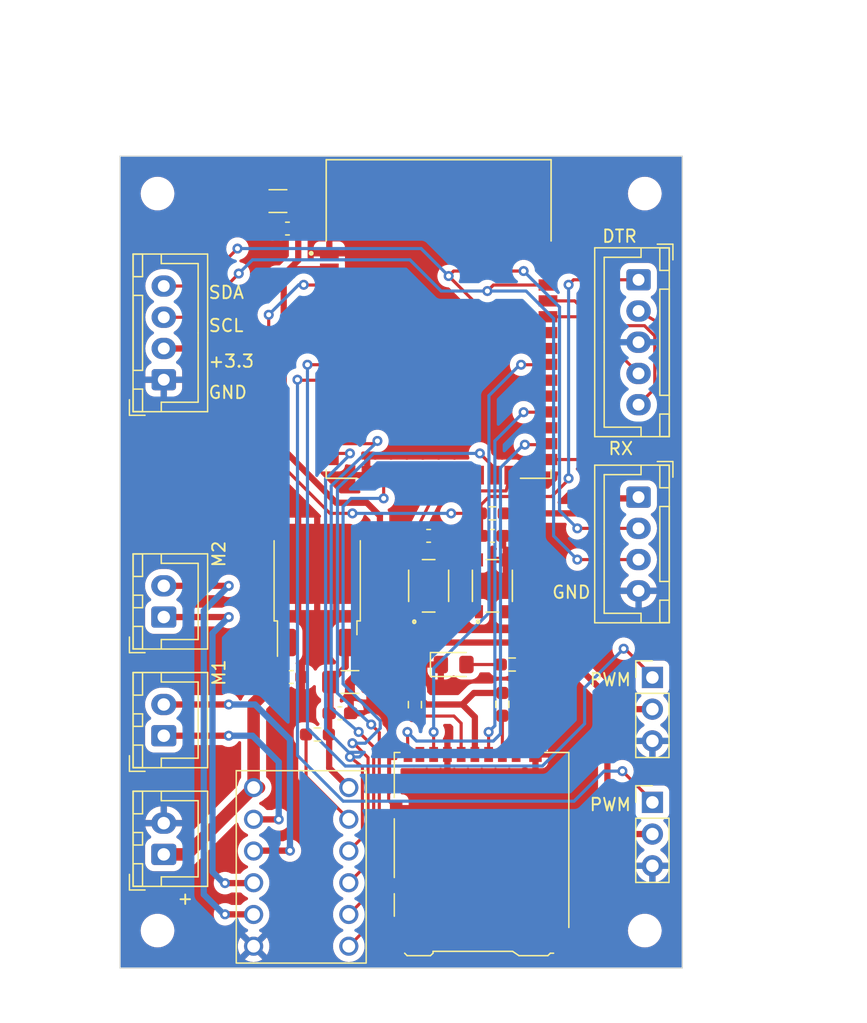
<source format=kicad_pcb>
(kicad_pcb (version 20221018) (generator pcbnew)
  (layers (0 "F.Cu" signal) (31 "B.Cu" signal) (34 "B.Paste" user) (35 "F.Paste" user) (36 "B.SilkS" user "B.Silkscreen") (37 "F.SilkS" user "F.Silkscreen") (38 "B.Mask" user) (39 "F.Mask" user) (44 "Edge.Cuts" user))
  (net 0 "")
  (net 1 "GND")
  (net 2 "+3.3V")
  (net 3 "Net-(U2-IO5)")
  (net 4 "DTR")
  (net 9 "Net-(U2-IO2)")
  (net 10 "RTS")
  (net 11 "TX")
  (net 12 "RX")
  (net 13 "3.7v")
  (net 14 "SCL")
  (net 16 "/IO16")
  (net 23 "/IO17")
  (net 24 "SDA")
  (net 25 "/IO18")
  (net 26 "/IO19")
  (net 28 "/IO4")
  (net 34 "Net-(J5-Pin_1)")
  (net 35 "Net-(J5-Pin_2)")
  (net 36 "/IO32")
  (net 37 "/IO33")
  (net 38 "Net-(D1-A)")
  (net 39 "Net-(J6-Pin_1)")
  (net 40 "Net-(J6-Pin_2)")
  (net 41 "Net-(U3-MODE)")
  (net 42 "/IO14")
  (net 43 "/IO12")
  (net 44 "/IO13")
  (net 45 "/IO15")
  (footprint "Connector_PinHeader_2.54mm:PinHeader_1x03_P2.54mm_Vertical" (layer "F.Cu") (at 142.107424 131.733494)
    (fp_text reference "M2" hide)
    (fp_text value "SG90" hide)
    (pad "1" thru_hole rect (at 0 0) (size 1.7 1.7) (drill 1) (layers "*.Cu" "*.Mask") (net 37 "/IO33"))
    (pad "2" thru_hole oval (at 0 2.54) (size 1.7 1.7) (drill 1) (layers "*.Cu" "*.Mask") (net 2 "+3.3V"))
    (pad "3" thru_hole oval (at 0 5.08) (size 1.7 1.7) (drill 1) (layers "*.Cu" "*.Mask") (net 1 "GND"))
  )
  (footprint "Connector_JST:JST_XH_B5B-XH-A_1x05_P2.50mm_Vertical" (layer "F.Cu") (at 141 89.9 -90)
    (fp_text reference "J2" hide)
    (fp_text value "writer" hide)
    (pad "1" thru_hole roundrect (at 0 0 270) (size 1.7 1.95) (drill 0.95) (layers "*.Cu" "*.Mask") (roundrect_rratio 0.1470588235) (net 4 "DTR"))
    (pad "2" thru_hole oval (at 2.5 0 270) (size 1.7 1.95) (drill 0.95) (layers "*.Cu" "*.Mask") (net 10 "RTS"))
    (pad "3" thru_hole oval (at 5 0 270) (size 1.7 1.95) (drill 0.95) (layers "*.Cu" "*.Mask") (net 1 "GND"))
    (pad "4" thru_hole oval (at 7.5 0 270) (size 1.7 1.95) (drill 0.95) (layers "*.Cu" "*.Mask") (net 11 "TX"))
    (pad "5" thru_hole oval (at 10 0 270) (size 1.7 1.95) (drill 0.95) (layers "*.Cu" "*.Mask") (net 12 "RX"))
  )
  (footprint "Akizuki_Library:DRV8835-Module" (layer "F.Cu") (at 114 129.4)
    (fp_text reference "U3" hide)
    (fp_text value "DRV8835 Module" hide)
    (pad "1" thru_hole circle (at -3.81 1.15) (size 1.53 1.53) (drill 1.02) (layers "*.Cu" "*.Mask") (net 13 "3.7v"))
    (pad "2" thru_hole circle (at -3.81 3.69) (size 1.53 1.53) (drill 1.02) (layers "*.Cu" "*.Mask") (net 34 "Net-(J5-Pin_1)"))
    (pad "3" thru_hole circle (at -3.81 6.23) (size 1.53 1.53) (drill 1.02) (layers "*.Cu" "*.Mask") (net 35 "Net-(J5-Pin_2)"))
    (pad "4" thru_hole circle (at -3.81 8.77) (size 1.53 1.53) (drill 1.02) (layers "*.Cu" "*.Mask") (net 39 "Net-(J6-Pin_1)"))
    (pad "5" thru_hole circle (at -3.81 11.31) (size 1.53 1.53) (drill 1.02) (layers "*.Cu" "*.Mask") (net 40 "Net-(J6-Pin_2)"))
    (pad "6" thru_hole circle (at -3.81 13.85) (size 1.53 1.53) (drill 1.02) (layers "*.Cu" "*.Mask") (net 1 "GND"))
    (pad "7" thru_hole circle (at 3.81 13.85) (size 1.53 1.53) (drill 1.02) (layers "*.Cu" "*.Mask") (net 45 "/IO15"))
    (pad "8" thru_hole circle (at 3.81 11.31) (size 1.53 1.53) (drill 1.02) (layers "*.Cu" "*.Mask") (net 42 "/IO14"))
    (pad "9" thru_hole circle (at 3.81 8.77) (size 1.53 1.53) (drill 1.02) (layers "*.Cu" "*.Mask") (net 44 "/IO13"))
    (pad "10" thru_hole circle (at 3.81 6.23) (size 1.53 1.53) (drill 1.02) (layers "*.Cu" "*.Mask") (net 43 "/IO12"))
    (pad "11" thru_hole circle (at 3.81 3.69) (size 1.53 1.53) (drill 1.02) (layers "*.Cu" "*.Mask") (net 41 "Net-(U3-MODE)"))
    (pad "12" thru_hole circle (at 3.81 1.15) (size 1.53 1.53) (drill 1.02) (layers "*.Cu" "*.Mask") (net 2 "+3.3V"))
  )
  (footprint "Resistor_SMD:R_0603_1608Metric_Pad0.98x0.95mm_HandSolder" (layer "F.Cu") (at 115.3 126.3 180)
    (fp_text reference "R5" hide)
    (fp_text value "10k" hide)
    (pad "1" smd roundrect (at -0.9125 0 180) (size 0.975 0.95) (layers "F.Cu" "F.Paste" "F.Mask") (net 2 "+3.3V"))
    (pad "2" smd roundrect (at 0.9125 0 180) (size 0.975 0.95) (layers "F.Cu" "F.Paste" "F.Mask") (net 41 "Net-(U3-MODE)"))
  )
  (footprint "LED_SMD:LED_0805_2012Metric_Pad1.15x1.40mm_HandSolder" (layer "F.Cu") (at 126.2 120.7)
    (fp_text reference "D1" hide)
    (fp_text value "TLRE1002A" hide)
    (pad "1" smd roundrect (at -1.025 0) (size 1.15 1.4) (layers "F.Cu" "F.Paste" "F.Mask") (roundrect_rratio 0.2173913043) (net 1 "GND"))
    (pad "2" smd roundrect (at 1.025 0) (size 1.15 1.4) (layers "F.Cu" "F.Paste" "F.Mask") (roundrect_rratio 0.2173913043) (net 38 "Net-(D1-A)"))
  )
  (footprint "MountingHole:MountingHole_2.2mm_M2" (layer "F.Cu") (at 102.5 83)
    (fp_text reference "REF**" hide)
    (fp_text value "MountingHole_2.2mm_M2" hide)
    (pad "" np_thru_hole circle (at 0 0) (size 2.2 2.2) (drill 2.2) (layers "F&B.Cu" "*.Mask"))
  )
  (footprint "Connector_JST:JST_XH_B2B-XH-A_1x02_P2.50mm_Vertical" (layer "F.Cu") (at 103 135.9 90)
    (fp_text reference "J1" hide)
    (fp_text value "3.7v" hide)
    (pad "1" thru_hole roundrect (at 0 0 90) (size 1.7 2) (drill 1) (layers "*.Cu" "*.Mask") (roundrect_rratio 0.1470588235) (net 13 "3.7v"))
    (pad "2" thru_hole oval (at 2.5 0 90) (size 1.7 2) (drill 1) (layers "*.Cu" "*.Mask") (net 1 "GND"))
  )
  (footprint "Package_TO_SOT_SMD:TO-252-2" (layer "F.Cu") (at 115.28 113.9 90)
    (fp_text reference "U1" hide)
    (fp_text value "NJM2845DL1-33" hide)
    (pad "1" smd roundrect (at -5.04 -2.28 90) (size 2.2 1.2) (layers "F.Cu" "F.Paste" "F.Mask") (roundrect_rratio 0.2083333333) (net 13 "3.7v"))
    (pad "2" smd roundrect (at -0.415 -1.525 90) (size 3.05 2.75) (layers "F.Cu" "F.Paste") (roundrect_rratio 0.09090909091) (net 1 "GND"))
    (pad "2" smd roundrect (at -0.415 1.525 90) (size 3.05 2.75) (layers "F.Cu" "F.Paste") (roundrect_rratio 0.09090909091) (net 1 "GND"))
    (pad "2" smd roundrect (at 1.26 0 90) (size 6.4 5.8) (layers "F.Cu" "F.Mask") (roundrect_rratio 0.04310293103) (net 1 "GND"))
    (pad "2" smd roundrect (at 2.935 -1.525 90) (size 3.05 2.75) (layers "F.Cu" "F.Paste") (roundrect_rratio 0.09090909091) (net 1 "GND"))
    (pad "2" smd roundrect (at 2.935 1.525 90) (size 3.05 2.75) (layers "F.Cu" "F.Paste") (roundrect_rratio 0.09090909091) (net 1 "GND"))
    (pad "3" smd roundrect (at -5.04 2.28 90) (size 2.2 1.2) (layers "F.Cu" "F.Paste" "F.Mask") (roundrect_rratio 0.2083333333) (net 2 "+3.3V"))
  )
  (footprint "MountingHole:MountingHole_2.2mm_M2" (layer "F.Cu") (at 102.5 142)
    (fp_text reference "REF**" hide)
    (fp_text value "MountingHole_2.2mm_M2" hide)
    (pad "" np_thru_hole circle (at 0 0) (size 2.2 2.2) (drill 2.2) (layers "F&B.Cu" "*.Mask"))
  )
  (footprint "Capacitor_SMD:C_0603_1608Metric_Pad1.08x0.95mm_HandSolder" (layer "F.Cu") (at 112.9 85.8 180)
    (fp_text reference "C4" hide)
    (fp_text value "0.1μ" hide)
    (pad "1" smd roundrect (at -0.8625 0 180) (size 1.075 0.95) (layers "F.Cu" "F.Paste" "F.Mask") (net 2 "+3.3V"))
    (pad "2" smd roundrect (at 0.8625 0 180) (size 1.075 0.95) (layers "F.Cu" "F.Paste" "F.Mask") (net 1 "GND"))
  )
  (footprint "MountingHole:MountingHole_2.2mm_M2" (layer "F.Cu") (at 141.5 83)
    (fp_text reference "REF**" hide)
    (fp_text value "MountingHole_2.2mm_M2" hide)
    (pad "" np_thru_hole circle (at 0 0) (size 2.2 2.2) (drill 2.2) (layers "F&B.Cu" "*.Mask"))
  )
  (footprint "Capacitor_SMD:C_1206_3216Metric_Pad1.33x1.80mm_HandSolder" (layer "F.Cu") (at 117.9 122.1)
    (fp_text reference "C3" hide)
    (fp_text value "22μ" hide)
    (pad "1" smd roundrect (at -1.5625 0) (size 1.325 1.8) (layers "F.Cu" "F.Paste" "F.Mask") (roundrect_rratio 0.1886792453) (net 2 "+3.3V"))
    (pad "2" smd roundrect (at 1.5625 0) (size 1.325 1.8) (layers "F.Cu" "F.Paste" "F.Mask") (roundrect_rratio 0.1886792453) (net 1 "GND"))
  )
  (footprint "Capacitor_SMD:C_0603_1608Metric_Pad1.08x0.95mm_HandSolder" (layer "F.Cu") (at 113.2 121.7)
    (fp_text reference "C1" hide)
    (fp_text value "0.1μ" hide)
    (pad "1" smd roundrect (at -0.8625 0) (size 1.075 0.95) (layers "F.Cu" "F.Paste" "F.Mask") (net 13 "3.7v"))
    (pad "2" smd roundrect (at 0.8625 0) (size 1.075 0.95) (layers "F.Cu" "F.Paste" "F.Mask") (net 1 "GND"))
  )
  (footprint "MyLibrary:ESP32-WROOM-32E__16MB" (layer "F.Cu") (at 125 93.04)
    (fp_text reference "U2" hide)
    (fp_text value "ESP32-WROOM-32E_16MB" hide)
    (pad "1" smd rect (at -8.75 -5.26) (size 1.5 0.9) (layers "F.Cu" "F.Paste" "F.Mask") (net 1 "GND"))
    (pad "2" smd rect (at -8.75 -3.99) (size 1.5 0.9) (layers "F.Cu" "F.Paste" "F.Mask") (net 2 "+3.3V"))
    (pad "3" smd rect (at -8.75 -2.72) (size 1.5 0.9) (layers "F.Cu" "F.Paste" "F.Mask") (net 4 "DTR"))
    (pad "4" smd rect (at -8.75 -1.45) (size 1.5 0.9) (layers "F.Cu" "F.Paste" "F.Mask"))
    (pad "5" smd rect (at -8.75 -0.18) (size 1.5 0.9) (layers "F.Cu" "F.Paste" "F.Mask"))
    (pad "6" smd rect (at -8.75 1.09) (size 1.5 0.9) (layers "F.Cu" "F.Paste" "F.Mask"))
    (pad "7" smd rect (at -8.75 2.36) (size 1.5 0.9) (layers "F.Cu" "F.Paste" "F.Mask"))
    (pad "8" smd rect (at -8.75 3.63) (size 1.5 0.9) (layers "F.Cu" "F.Paste" "F.Mask") (net 36 "/IO32"))
    (pad "9" smd rect (at -8.75 4.9) (size 1.5 0.9) (layers "F.Cu" "F.Paste" "F.Mask") (net 37 "/IO33"))
    (pad "10" smd rect (at -8.75 6.17) (size 1.5 0.9) (layers "F.Cu" "F.Paste" "F.Mask"))
    (pad "11" smd rect (at -8.75 7.44) (size 1.5 0.9) (layers "F.Cu" "F.Paste" "F.Mask"))
    (pad "12" smd rect (at -8.75 8.71) (size 1.5 0.9) (layers "F.Cu" "F.Paste" "F.Mask"))
    (pad "13" smd rect (at -8.75 9.98) (size 1.5 0.9) (layers "F.Cu" "F.Paste" "F.Mask") (net 42 "/IO14"))
    (pad "14" smd rect (at -8.75 11.25) (size 1.5 0.9) (layers "F.Cu" "F.Paste" "F.Mask") (net 43 "/IO12"))
    (pad "15" smd rect (at -5.715 12.5) (size 0.9 1.5) (layers "F.Cu" "F.Paste" "F.Mask") (net 1 "GND"))
    (pad "16" smd rect (at -4.445 12.5) (size 0.9 1.5) (layers "F.Cu" "F.Paste" "F.Mask") (net 44 "/IO13"))
    (pad "17" smd rect (at -3.175 12.5) (size 0.9 1.5) (layers "F.Cu" "F.Paste" "F.Mask"))
    (pad "18" smd rect (at -1.905 12.5) (size 0.9 1.5) (layers "F.Cu" "F.Paste" "F.Mask"))
    (pad "19" smd rect (at -0.635 12.5) (size 0.9 1.5) (layers "F.Cu" "F.Paste" "F.Mask"))
    (pad "20" smd rect (at 0.635 12.5) (size 0.9 1.5) (layers "F.Cu" "F.Paste" "F.Mask"))
    (pad "21" smd rect (at 1.905 12.5) (size 0.9 1.5) (layers "F.Cu" "F.Paste" "F.Mask"))
    (pad "22" smd rect (at 3.175 12.5) (size 0.9 1.5) (layers "F.Cu" "F.Paste" "F.Mask"))
    (pad "23" smd rect (at 4.445 12.5) (size 0.9 1.5) (layers "F.Cu" "F.Paste" "F.Mask") (net 45 "/IO15"))
    (pad "24" smd rect (at 5.715 12.5) (size 0.9 1.5) (layers "F.Cu" "F.Paste" "F.Mask") (net 9 "Net-(U2-IO2)"))
    (pad "25" smd rect (at 8.75 11.25) (size 1.5 0.9) (layers "F.Cu" "F.Paste" "F.Mask") (net 10 "RTS"))
    (pad "26" smd rect (at 8.75 9.98) (size 1.5 0.9) (layers "F.Cu" "F.Paste" "F.Mask") (net 28 "/IO4"))
    (pad "27" smd rect (at 8.75 8.71) (size 1.5 0.9) (layers "F.Cu" "F.Paste" "F.Mask") (net 16 "/IO16"))
    (pad "28" smd rect (at 8.75 7.44) (size 1.5 0.9) (layers "F.Cu" "F.Paste" "F.Mask") (net 23 "/IO17"))
    (pad "29" smd rect (at 8.75 6.17) (size 1.5 0.9) (layers "F.Cu" "F.Paste" "F.Mask") (net 3 "Net-(U2-IO5)"))
    (pad "30" smd rect (at 8.75 4.9) (size 1.5 0.9) (layers "F.Cu" "F.Paste" "F.Mask") (net 25 "/IO18"))
    (pad "31" smd rect (at 8.75 3.63) (size 1.5 0.9) (layers "F.Cu" "F.Paste" "F.Mask") (net 26 "/IO19"))
    (pad "32" smd rect (at 8.75 2.36) (size 1.5 0.9) (layers "F.Cu" "F.Paste" "F.Mask"))
    (pad "33" smd rect (at 8.75 1.09) (size 1.5 0.9) (layers "F.Cu" "F.Paste" "F.Mask") (net 24 "SDA"))
    (pad "34" smd rect (at 8.75 -0.18) (size 1.5 0.9) (layers "F.Cu" "F.Paste" "F.Mask") (net 11 "TX"))
    (pad "35" smd rect (at 8.75 -1.45) (size 1.5 0.9) (layers "F.Cu" "F.Paste" "F.Mask") (net 12 "RX"))
    (pad "36" smd rect (at 8.75 -2.72) (size 1.5 0.9) (layers "F.Cu" "F.Paste" "F.Mask") (net 14 "SCL"))
    (pad "37" smd rect (at 8.75 -3.99) (size 1.5 0.9) (layers "F.Cu" "F.Paste" "F.Mask"))
    (pad "38" smd rect (at 8.75 -5.26) (size 1.5 0.9) (layers "F.Cu" "F.Paste" "F.Mask") (net 1 "GND"))
    (pad "39_1" smd rect (at -2.9 1.06) (size 0.9 0.9) (layers "F.Cu" "F.Paste" "F.Mask") (net 1 "GND"))
    (pad "39_2" smd rect (at -1.5 1.06) (size 0.9 0.9) (layers "F.Cu" "F.Paste" "F.Mask") (net 1 "GND"))
    (pad "39_3" smd rect (at -0.1 1.06) (size 0.9 0.9) (layers "F.Cu" "F.Paste" "F.Mask") (net 1 "GND"))
    (pad "39_4" smd rect (at -2.9 2.46) (size 0.9 0.9) (layers "F.Cu" "F.Paste" "F.Mask") (net 1 "GND"))
    (pad "39_5" smd rect (at -1.5 2.46) (size 0.9 0.9) (layers "F.Cu" "F.Paste" "F.Mask") (net 1 "GND"))
    (pad "39_6" smd rect (at -0.1 2.46) (size 0.9 0.9) (layers "F.Cu" "F.Paste" "F.Mask") (net 1 "GND"))
    (pad "39_7" smd rect (at -2.9 3.86) (size 0.9 0.9) (layers "F.Cu" "F.Paste" "F.Mask") (net 1 "GND"))
    (pad "39_8" smd rect (at -1.5 3.86) (size 0.9 0.9) (layers "F.Cu" "F.Paste" "F.Mask") (net 1 "GND"))
    (pad "39_9" smd rect (at -0.1 3.86) (size 0.9 0.9) (layers "F.Cu" "F.Paste" "F.Mask") (net 1 "GND"))
    (zone (net 0) (net_name "") (layer "F.Cu") (connect_pads (clearance 0)) (min_thickness 0.01)
      (keepout (tracks not_allowed) (vias not_allowed) (pads not_allowed) (copperpour not_allowed) (footprints allowed))
      (fill (thermal_gap 0.508) (thermal_bridge_width 0.508))
      (polygon (pts (xy 116 80.29) (xy 134 80.29) (xy 134 86.48) (xy 116 86.48)))
    )
  )
  (footprint "Connector_JST:JST_XH_B2B-XH-A_1x02_P2.50mm_Vertical" (layer "F.Cu") (at 103 126.4 90)
    (fp_text reference "J5" hide)
    (fp_text value "MotorA" hide)
    (pad "1" thru_hole roundrect (at 0 0 90) (size 1.7 2) (drill 1) (layers "*.Cu" "*.Mask") (roundrect_rratio 0.1470588235) (net 34 "Net-(J5-Pin_1)"))
    (pad "2" thru_hole oval (at 2.5 0 90) (size 1.7 2) (drill 1) (layers "*.Cu" "*.Mask") (net 35 "Net-(J5-Pin_2)"))
  )
  (footprint "Capacitor_SMD:C_0603_1608Metric_Pad1.08x0.95mm_HandSolder" (layer "F.Cu") (at 124.2 110.4)
    (fp_text reference "C7" hide)
    (fp_text value "0.1μ" hide)
    (pad "1" smd roundrect (at -0.8625 0) (size 1.075 0.95) (layers "F.Cu" "F.Paste" "F.Mask") (net 9 "Net-(U2-IO2)"))
    (pad "2" smd roundrect (at 0.8625 0) (size 1.075 0.95) (layers "F.Cu" "F.Paste" "F.Mask") (net 1 "GND"))
  )
  (footprint "MountingHole:MountingHole_2.2mm_M2" (layer "F.Cu") (at 141.5 142)
    (fp_text reference "REF**" hide)
    (fp_text value "MountingHole_2.2mm_M2" hide)
    (pad "" np_thru_hole circle (at 0 0) (size 2.2 2.2) (drill 2.2) (layers "*.Cu" "*.Mask"))
  )
  (footprint "Resistor_SMD:R_0603_1608Metric_Pad0.98x0.95mm_HandSolder" (layer "F.Cu") (at 123.1 123.9125 -90)
    (fp_text reference "R4" hide)
    (fp_text value "10k" hide)
    (pad "1" smd roundrect (at -0.9125 0 270) (size 0.975 0.95) (layers "F.Cu" "F.Paste" "F.Mask") (net 2 "+3.3V"))
    (pad "2" smd roundrect (at 0.9125 0 270) (size 0.975 0.95) (layers "F.Cu" "F.Paste" "F.Mask") (net 25 "/IO18"))
  )
  (footprint "Capacitor_SMD:C_1206_3216Metric_Pad1.33x1.80mm_HandSolder" (layer "F.Cu") (at 112.1375 83.6 180)
    (fp_text reference "C5" hide)
    (fp_text value "22μ" hide)
    (pad "1" smd roundrect (at -1.5625 0 180) (size 1.325 1.8) (layers "F.Cu" "F.Paste" "F.Mask") (roundrect_rratio 0.1886792453) (net 2 "+3.3V"))
    (pad "2" smd roundrect (at 1.5625 0 180) (size 1.325 1.8) (layers "F.Cu" "F.Paste" "F.Mask") (roundrect_rratio 0.1886792453) (net 1 "GND"))
  )
  (footprint "Connector_Card:microSD_HC_Hirose_DM3AT-SF-PEJM5" (layer "F.Cu") (at 128.425 135.625)
    (fp_text reference "J4" hide)
    (fp_text value "Micro_SD_Card_DW3AT-SF-PFJM5" hide)
    (pad "1" smd rect (at 2.775 -7.725) (size 0.7 1.2) (layers "F.Cu" "F.Paste" "F.Mask"))
    (pad "2" smd rect (at 1.675 -7.725) (size 0.7 1.2) (layers "F.Cu" "F.Paste" "F.Mask") (net 16 "/IO16"))
    (pad "3" smd rect (at 0.575 -7.725) (size 0.7 1.2) (layers "F.Cu" "F.Paste" "F.Mask") (net 23 "/IO17"))
    (pad "4" smd rect (at -0.525 -7.725) (size 0.7 1.2) (layers "F.Cu" "F.Paste" "F.Mask") (net 2 "+3.3V"))
    (pad "5" smd rect (at -1.625 -7.725) (size 0.7 1.2) (layers "F.Cu" "F.Paste" "F.Mask") (net 25 "/IO18"))
    (pad "6" smd rect (at -2.725 -7.725) (size 0.7 1.2) (layers "F.Cu" "F.Paste" "F.Mask") (net 1 "GND"))
    (pad "7" smd rect (at -3.825 -7.725) (size 0.7 1.2) (layers "F.Cu" "F.Paste" "F.Mask") (net 26 "/IO19"))
    (pad "8" smd rect (at -4.925 -7.725) (size 0.7 1.2) (layers "F.Cu" "F.Paste" "F.Mask"))
    (pad "9" smd rect (at -5.875 -7.725) (size 0.7 1.2) (layers "F.Cu" "F.Paste" "F.Mask") (net 28 "/IO4"))
    (pad "10" smd rect (at -6.825 2.775) (size 1 0.8) (layers "F.Cu" "F.Paste" "F.Mask") (net 1 "GND"))
    (pad "11" smd rect (at -6.825 -3.425) (size 1 1.2) (layers "F.Cu" "F.Paste" "F.Mask") (net 1 "GND"))
    (pad "11" smd rect (at -6.825 6.925) (size 1 2.8) (layers "F.Cu" "F.Paste" "F.Mask") (net 1 "GND"))
    (pad "11" smd rect (at 4.325 -7.725) (size 1 1.2) (layers "F.Cu" "F.Paste" "F.Mask") (net 1 "GND"))
    (pad "11" smd rect (at 6.675 7.375) (size 1.3 1.9) (layers "F.Cu" "F.Paste" "F.Mask") (net 1 "GND"))
    (zone (net 0) (net_name "") (layer "F.Cu") (connect_pads (clearance 0)) (min_thickness 0.254)
      (keepout (tracks not_allowed) (vias not_allowed) (pads not_allowed) (copperpour not_allowed) (footprints not_allowed))
      (fill (thermal_gap 0.508) (thermal_bridge_width 0.508))
      (polygon (pts (xy 121.95 131.6) (xy 121.2 131.6) (xy 121.2 128.35) (xy 121.95 128.35)))
    )
    (zone (net 0) (net_name "") (layer "F.Cu") (connect_pads (clearance 0)) (min_thickness 0.254)
      (keepout (tracks not_allowed) (vias not_allowed) (pads not_allowed) (copperpour not_allowed) (footprints not_allowed))
      (fill (thermal_gap 0.508) (thermal_bridge_width 0.508))
      (polygon (pts (xy 121.95 136.4) (xy 121.2 136.4) (xy 121.2 132.8) (xy 121.95 132.8)))
    )
    (zone (net 0) (net_name "") (layer "F.Cu") (connect_pads (clearance 0)) (min_thickness 0.254)
      (keepout (tracks not_allowed) (vias not_allowed) (pads not_allowed) (copperpour not_allowed) (footprints not_allowed))
      (fill (thermal_gap 0.508) (thermal_bridge_width 0.508))
      (polygon (pts (xy 122.3 134.2) (xy 123 134.2) (xy 123 141.8) (xy 122.3 141.8)))
    )
    (zone (net 0) (net_name "") (layer "F.Cu") (connect_pads (clearance 0)) (min_thickness 0.254)
      (keepout (tracks not_allowed) (vias not_allowed) (pads not_allowed) (copperpour not_allowed) (footprints not_allowed))
      (fill (thermal_gap 0.508) (thermal_bridge_width 0.508))
      (polygon (pts (xy 131.35 142.6) (xy 133.9 142.6) (xy 133.9 143.95) (xy 131.35 143.95)))
    )
    (zone (net 0) (net_name "") (layer "F.Cu") (connect_pads (clearance 0)) (min_thickness 0.254)
      (keepout (tracks not_allowed) (vias not_allowed) (pads not_allowed) (copperpour not_allowed) (footprints not_allowed))
      (fill (thermal_gap 0.508) (thermal_bridge_width 0.508))
      (polygon (pts (xy 131.7 134.5) (xy 123 134.5) (xy 123 132.9) (xy 131.7 132.9)))
    )
  )
  (footprint "MyLibrary:SW_SKRPACE010" (layer "F.Cu") (at 124.2 114.4 90)
    (fp_text reference "S2" hide)
    (fp_text value "SKRPACE010" hide)
    (pad "1" smd rect (at -2.075 -1.075 90) (size 1.05 0.65) (layers "F.Cu" "F.Paste" "F.Mask"))
    (pad "2" smd rect (at 2.075 -1.075 90) (size 1.05 0.65) (layers "F.Cu" "F.Paste" "F.Mask") (net 9 "Net-(U2-IO2)"))
    (pad "3" smd rect (at -2.075 1.075 90) (size 1.05 0.65) (layers "F.Cu" "F.Paste" "F.Mask"))
    (pad "4" smd rect (at 2.075 1.075 90) (size 1.05 0.65) (layers "F.Cu" "F.Paste" "F.Mask") (net 1 "GND"))
  )
  (footprint "Capacitor_SMD:C_0603_1608Metric_Pad1.08x0.95mm_HandSolder" (layer "F.Cu") (at 129.3 110.4)
    (fp_text reference "C6" hide)
    (fp_text value "C_1608" hide)
    (pad "1" smd roundrect (at -0.8625 0) (size 1.075 0.95) (layers "F.Cu" "F.Paste" "F.Mask") (net 4 "DTR"))
    (pad "2" smd roundrect (at 0.8625 0) (size 1.075 0.95) (layers "F.Cu" "F.Paste" "F.Mask") (net 1 "GND"))
  )
  (footprint "Connector_PinHeader_2.54mm:PinHeader_1x03_P2.54mm_Vertical" (layer "F.Cu") (at 142.107424 121.733494)
    (fp_text reference "M1" hide)
    (fp_text value "SG90" hide)
    (pad "1" thru_hole rect (at 0 0) (size 1.7 1.7) (drill 1) (layers "*.Cu" "*.Mask") (net 36 "/IO32"))
    (pad "2" thru_hole oval (at 0 2.54) (size 1.7 1.7) (drill 1) (layers "*.Cu" "*.Mask") (net 2 "+3.3V"))
    (pad "3" thru_hole oval (at 0 5.08) (size 1.7 1.7) (drill 1) (layers "*.Cu" "*.Mask") (net 1 "GND"))
  )
  (footprint "Capacitor_SMD:C_0603_1608Metric_Pad1.08x0.95mm_HandSolder" (layer "F.Cu") (at 117.1 124.6)
    (fp_text reference "C2" hide)
    (fp_text value "0.1μ" hide)
    (pad "1" smd roundrect (at -0.8625 0) (size 1.075 0.95) (layers "F.Cu" "F.Paste" "F.Mask") (net 2 "+3.3V"))
    (pad "2" smd roundrect (at 0.8625 0) (size 1.075 0.95) (layers "F.Cu" "F.Paste" "F.Mask") (net 1 "GND"))
  )
  (footprint "Resistor_SMD:R_0603_1608Metric_Pad0.98x0.95mm_HandSolder" (layer "F.Cu") (at 129.3 108.6 180)
    (fp_text reference "R2" hide)
    (fp_text value "R_1608" hide)
    (pad "1" smd roundrect (at -0.9125 0 180) (size 0.975 0.95) (layers "F.Cu" "F.Paste" "F.Mask") (net 2 "+3.3V"))
    (pad "2" smd roundrect (at 0.9125 0 180) (size 0.975 0.95) (layers "F.Cu" "F.Paste" "F.Mask") (net 4 "DTR"))
  )
  (footprint "MyLibrary:SW_SKRPACE010" (layer "F.Cu") (at 129.3 114.4 90)
    (fp_text reference "S1" hide)
    (fp_text value "SKRPACE010" hide)
    (pad "1" smd rect (at -2.075 -1.075 90) (size 1.05 0.65) (layers "F.Cu" "F.Paste" "F.Mask"))
    (pad "2" smd rect (at 2.075 -1.075 90) (size 1.05 0.65) (layers "F.Cu" "F.Paste" "F.Mask") (net 4 "DTR"))
    (pad "3" smd rect (at -2.075 1.075 90) (size 1.05 0.65) (layers "F.Cu" "F.Paste" "F.Mask"))
    (pad "4" smd rect (at 2.075 1.075 90) (size 1.05 0.65) (layers "F.Cu" "F.Paste" "F.Mask") (net 1 "GND"))
  )
  (footprint "Connector_JST:JST_XH_B4B-XH-A_1x04_P2.50mm_Vertical" (layer "F.Cu") (at 141 107.3 -90)
    (fp_text reference "J7" hide)
    (fp_text value "SPI" hide)
    (pad "1" thru_hole roundrect (at 0 0 270) (size 1.7 1.95) (drill 0.95) (layers "*.Cu" "*.Mask") (roundrect_rratio 0.1470588235) (net 2 "+3.3V"))
    (pad "2" thru_hole oval (at 2.5 0 270) (size 1.7 1.95) (drill 0.95) (layers "*.Cu" "*.Mask") (net 24 "SDA"))
    (pad "3" thru_hole oval (at 5 0 270) (size 1.7 1.95) (drill 0.95) (layers "*.Cu" "*.Mask") (net 14 "SCL"))
    (pad "4" thru_hole oval (at 7.5 0 270) (size 1.7 1.95) (drill 0.95) (layers "*.Cu" "*.Mask") (net 1 "GND"))
  )
  (footprint "Resistor_SMD:R_0603_1608Metric_Pad0.98x0.95mm_HandSolder" (layer "F.Cu") (at 130.8875 120.7 180)
    (fp_text reference "R1" hide)
    (fp_text value "330" hide)
    (pad "1" smd roundrect (at -0.9125 0 180) (size 0.975 0.95) (layers "F.Cu" "F.Paste" "F.Mask") (net 3 "Net-(U2-IO5)"))
    (pad "2" smd roundrect (at 0.9125 0 180) (size 0.975 0.95) (layers "F.Cu" "F.Paste" "F.Mask") (net 38 "Net-(D1-A)"))
  )
  (footprint "Connector_JST:JST_XH_B2B-XH-A_1x02_P2.50mm_Vertical" (layer "F.Cu") (at 103 116.9 90)
    (fp_text reference "J6" hide)
    (fp_text value "MotorB" hide)
    (pad "1" thru_hole roundrect (at 0 0 90) (size 1.7 2) (drill 1) (layers "*.Cu" "*.Mask") (roundrect_rratio 0.1470588235) (net 39 "Net-(J6-Pin_1)"))
    (pad "2" thru_hole oval (at 2.5 0 90) (size 1.7 2) (drill 1) (layers "*.Cu" "*.Mask") (net 40 "Net-(J6-Pin_2)"))
  )
  (footprint "Resistor_SMD:R_0603_1608Metric_Pad0.98x0.95mm_HandSolder" (layer "F.Cu") (at 130.1 123.8875 -90)
    (fp_text reference "R3" hide)
    (fp_text value "10k" hide)
    (pad "1" smd roundrect (at -0.9125 0 270) (size 0.975 0.95) (layers "F.Cu" "F.Paste" "F.Mask") (net 2 "+3.3V"))
    (pad "2" smd roundrect (at 0.9125 0 270) (size 0.975 0.95) (layers "F.Cu" "F.Paste" "F.Mask") (net 16 "/IO16"))
  )
  (footprint "Connector_JST:JST_XH_B4B-XH-A_1x04_P2.50mm_Vertical" (layer "F.Cu") (at 103 97.9 90)
    (fp_text reference "J3" hide)
    (fp_text value "SSD1306" hide)
    (pad "1" thru_hole roundrect (at 0 0 90) (size 1.7 1.95) (drill 0.95) (layers "*.Cu" "*.Mask") (roundrect_rratio 0.1470588235) (net 1 "GND"))
    (pad "2" thru_hole oval (at 2.5 0 90) (size 1.7 1.95) (drill 0.95) (layers "*.Cu" "*.Mask") (net 2 "+3.3V"))
    (pad "3" thru_hole oval (at 5 0 90) (size 1.7 1.95) (drill 0.95) (layers "*.Cu" "*.Mask") (net 14 "SCL"))
    (pad "4" thru_hole oval (at 7.5 0 90) (size 1.7 1.95) (drill 0.95) (layers "*.Cu" "*.Mask") (net 24 "SDA"))
  )
  (gr_rect (start 99.5 80) (end 144.5 145) (stroke (width 0.1)) (fill none) (layer "Edge.Cuts"))
  (gr_text "M1" (at 108 122.5 90) (layer "F.SilkS") (effects (font (size 1 1)) (justify left bottom)))
  (gr_text "PWM" (at 137 122.5) (layer "F.SilkS") (effects (font (size 1 1)) (justify left bottom)))
  (gr_text "SCL" (at 106.51 94.15) (layer "F.SilkS") (effects (font (size 1 1)) (justify left bottom)))
  (gr_text "SDA" (at 106.5 91.5) (layer "F.SilkS") (effects (font (size 1 1)) (justify left bottom)))
  (gr_text "+" (at 104 140) (layer "F.SilkS") (effects (font (size 1 1)) (justify left bottom)))
  (gr_text "GND" (at 106.5 99.5) (layer "F.SilkS") (effects (font (size 1 1)) (justify left bottom)))
  (gr_text "M2" (at 108 113 90) (layer "F.SilkS") (effects (font (size 1 1)) (justify left bottom)))
  (gr_text "DTR" (at 138 87) (layer "F.SilkS") (effects (font (size 1 1)) (justify left bottom)))
  (gr_text "RX" (at 138.5 104) (layer "F.SilkS") (effects (font (size 1 1)) (justify left bottom)))
  (gr_text "+3.3" (at 106.5 97) (layer "F.SilkS") (effects (font (size 1 1)) (justify left bottom)))
  (gr_text "GND" (at 134 115.5) (layer "F.SilkS") (effects (font (size 1 1)) (justify left bottom)))
  (gr_text "PWM" (at 137 132.5) (layer "F.SilkS") (effects (font (size 1 1)) (justify left bottom)))
  (segment (start 121 131.6) (end 121 131) (width 0.25) (layer "F.Cu") (net 1))
  (segment (start 121.6 132.2) (end 121 132.8) (width 0.25) (layer "F.Cu") (net 1))
  (segment (start 121.6 132.2) (end 121 131.6) (width 0.25) (layer "F.Cu") (net 1))
  (segment (start 121 132.8) (end 121 133.5) (width 0.25) (layer "F.Cu") (net 1))
  (segment (start 131.06 118.94) (end 132.2 117.8) (width 0.5) (layer "F.Cu") (net 2))
  (segment (start 117.56 120.8775) (end 116.3375 122.1) (width 0.5) (layer "F.Cu") (net 2))
  (segment (start 132.2 117.8) (end 132.2 109.4) (width 0.5) (layer "F.Cu") (net 2))
  (segment (start 138.507424 123.233494) (end 134.21393 118.94) (width 0.5) (layer "F.Cu") (net 2))
  (segment (start 112.6 89.5) (end 113.05 89.05) (width 0.5) (layer "F.Cu") (net 2))
  (segment (start 116.8 107.75) (end 112.6 103.5) (width 0.5) (layer "F.Cu") (net 2))
  (segment (start 106.1 95.4) (end 103 95.4) (width 0.5) (layer "F.Cu") (net 2))
  (segment (start 113.05 89.05) (end 116.25 89.05) (width 0.5) (layer "F.Cu") (net 2))
  (segment (start 116.2375 128.9775) (end 117.81 130.55) (width 0.5) (layer "F.Cu") (net 2))
  (segment (start 117.56 118.94) (end 117.56 120.8775) (width 0.5) (layer "F.Cu") (net 2))
  (segment (start 133 108.6) (end 137.4 108.6) (width 0.5) (layer "F.Cu") (net 2))
  (segment (start 126.9 123.9) (end 127.9 124.9) (width 0.5) (layer "F.Cu") (net 2))
  (segment (start 123.1 118.94) (end 131.06 118.94) (width 0.5) (layer "F.Cu") (net 2))
  (segment (start 138.507424 123.233494) (end 138.507424 132.933494) (width 0.5) (layer "F.Cu") (net 2))
  (segment (start 138.507424 123.233494) (end 139.547424 124.273494) (width 0.5) (layer "F.Cu") (net 2))
  (segment (start 138.6 107.4) (end 140.6 107.4) (width 0.5) (layer "F.Cu") (net 2))
  (segment (start 113.7 85.7375) (end 113.7625 85.8) (width 0.5) (layer "F.Cu") (net 2))
  (segment (start 139.847424 134.273494) (end 142.207424 134.273494) (width 0.5) (layer "F.Cu") (net 2))
  (segment (start 112.6 103.5) (end 112.6 89.5) (width 0.5) (layer "F.Cu") (net 2))
  (segment (start 119.25 107.75) (end 116.8 107.75) (width 0.5) (layer "F.Cu") (net 2))
  (segment (start 120.3 108.8) (end 119.25 107.75) (width 0.5) (layer "F.Cu") (net 2))
  (segment (start 120.3 116.2) (end 120.3 108.8) (width 0.5) (layer "F.Cu") (net 2))
  (segment (start 137.4 108.6) (end 138.6 107.4) (width 0.5) (layer "F.Cu") (net 2))
  (segment (start 113.7625 88.3375) (end 113.05 89.05) (width 0.5) (layer "F.Cu") (net 2))
  (segment (start 113.7625 85.8) (end 113.7625 88.3375) (width 0.5) (layer "F.Cu") (net 2))
  (segment (start 112 89.5) (end 106.1 95.4) (width 0.5) (layer "F.Cu") (net 2))
  (segment (start 116.3375 124.5) (end 116.2375 124.6) (width 0.5) (layer "F.Cu") (net 2))
  (segment (start 138.507424 132.933494) (end 139.847424 134.273494) (width 0.5) (layer "F.Cu") (net 2))
  (segment (start 123.1 123) (end 124 123.9) (width 0.5) (layer "F.Cu") (net 2))
  (segment (start 132.2 109.4) (end 133 108.6) (width 0.5) (layer "F.Cu") (net 2))
  (segment (start 127.9 124.9) (end 127.9 127.9) (width 0.5) (layer "F.Cu") (net 2))
  (segment (start 117.56 118.94) (end 123.1 118.94) (width 0.5) (layer "F.Cu") (net 2))
  (segment (start 112.6 89.5) (end 112 89.5) (width 0.5) (layer "F.Cu") (net 2))
  (segment (start 116.3375 122.1) (end 116.3375 124.5) (width 0.5) (layer "F.Cu") (net 2))
  (segment (start 130.2125 108.6) (end 133 108.6) (width 0.5) (layer "F.Cu") (net 2))
  (segment (start 134.21393 118.94) (end 131.06 118.94) (width 0.5) (layer "F.Cu") (net 2))
  (segment (start 126.9 123.9) (end 127.825 122.975) (width 0.5) (layer "F.Cu") (net 2))
  (segment (start 123.1 118.94) (end 123.1 123) (width 0.5) (layer "F.Cu") (net 2))
  (segment (start 117.56 118.94) (end 120.3 116.2) (width 0.5) (layer "F.Cu") (net 2))
  (segment (start 127.825 122.975) (end 130.1 122.975) (width 0.5) (layer "F.Cu") (net 2))
  (segment (start 116.2375 124.6) (end 116.2375 128.9775) (width 0.5) (layer "F.Cu") (net 2))
  (segment (start 124 123.9) (end 126.9 123.9) (width 0.5) (layer "F.Cu") (net 2))
  (segment (start 113.7 83.6) (end 113.7 85.7375) (width 0.5) (layer "F.Cu") (net 2))
  (segment (start 139.547424 124.273494) (end 142.207424 124.273494) (width 0.5) (layer "F.Cu") (net 2))
  (segment (start 135.5 105.8) (end 135.5 105.8) (width 0.25) (layer "F.Cu") (net 4))
  (segment (start 111.4 103.7) (end 111.4 92.7) (width 0.25) (layer "F.Cu") (net 4))
  (segment (start 135.4 105.8) (end 135.5 105.8) (width 0.25) (layer "F.Cu") (net 4))
  (segment (start 126 108.6) (end 126.1 108.6) (width 0.25) (layer "F.Cu") (net 4))
  (segment (start 118.1 108.6) (end 116.3 108.6) (width 0.25) (layer "F.Cu") (net 4))
  (segment (start 128.4375 110.4) (end 128.4375 108.65) (width 0.25) (layer "F.Cu") (net 4))
  (segment (start 135.8 89.9) (end 141 89.9) (width 0.25) (layer "F.Cu") (net 4))
  (segment (start 135.4 105.9) (end 135.4 105.8) (width 0.25) (layer "F.Cu") (net 4))
  (segment (start 128.4375 108.65) (end 128.3875 108.6) (width 0.25) (layer "F.Cu") (net 4))
  (segment (start 129.05 107.25) (end 134.05 107.25) (width 0.25) (layer "F.Cu") (net 4))
  (segment (start 114.22 90.32) (end 114.2 90.3) (width 0.25) (layer "F.Cu") (net 4))
  (segment (start 135.4 90.3) (end 135.8 89.9) (width 0.25) (layer "F.Cu") (net 4))
  (segment (start 128.3875 107.9125) (end 129.05 107.25) (width 0.25) (layer "F.Cu") (net 4))
  (segment (start 114.3 90.32) (end 114.32 90.32) (width 0.5) (layer "F.Cu") (net 4))
  (segment (start 116.25 90.32) (end 114.22 90.32) (width 0.25) (layer "F.Cu") (net 4))
  (segment (start 114.2 90.3) (end 114.3 90.32) (width 0.5) (layer "F.Cu") (net 4))
  (segment (start 128.225 110.6125) (end 128.4375 110.4) (width 0.25) (layer "F.Cu") (net 4))
  (segment (start 116.3 108.6) (end 111.4 103.7) (width 0.25) (layer "F.Cu") (net 4))
  (segment (start 128.3875 108.6) (end 128.3875 107.9125) (width 0.25) (layer "F.Cu") (net 4))
  (segment (start 134.05 107.25) (end 135.4 105.9) (width 0.25) (layer "F.Cu") (net 4))
  (segment (start 128.3875 108.6) (end 126 108.6) (width 0.25) (layer "F.Cu") (net 4))
  (segment (start 114.34 90.32) (end 114.2 90.3) (width 0.5) (layer "F.Cu") (net 4))
  (segment (start 128.225 112.325) (end 128.225 110.6125) (width 0.25) (layer "F.Cu") (net 4))
  (via (at 135.4 105.8) (size 0.8) (drill 0.4) (layers "F.Cu" "B.Cu") (net 4))
  (via (at 111.4 92.7) (size 0.8) (drill 0.4) (layers "F.Cu" "B.Cu") (net 4))
  (via (at 135.4 90.3) (size 0.8) (drill 0.4) (layers "F.Cu" "B.Cu") (net 4))
  (via (at 118.1 108.6) (size 0.8) (drill 0.4) (layers "F.Cu" "B.Cu") (net 4))
  (via (at 114.2 90.3) (size 0.8) (drill 0.4) (layers "F.Cu" "B.Cu") (net 4))
  (via (at 126 108.6) (size 0.8) (drill 0.4) (layers "F.Cu" "B.Cu") (net 4))
  (segment (start 135.4 105.8) (end 135.4 90.3) (width 0.25) (layer "B.Cu") (net 4))
  (segment (start 111.4 92.7) (end 113.8 90.3) (width 0.25) (layer "B.Cu") (net 4))
  (segment (start 113.8 90.3) (end 114.2 90.3) (width 0.25) (layer "B.Cu") (net 4))
  (segment (start 118.1 108.6) (end 126 108.6) (width 0.25) (layer "B.Cu") (net 4))
  (segment (start 123.3375 110.4) (end 123.3375 109.6625) (width 0.25) (layer "F.Cu") (net 9))
  (segment (start 123.125 112.325) (end 123.125 110.6125) (width 0.25) (layer "F.Cu") (net 9))
  (segment (start 124.8 106.8) (end 130.4 106.8) (width 0.25) (layer "F.Cu") (net 9))
  (segment (start 123.125 110.6125) (end 123.3375 110.4) (width 0.25) (layer "F.Cu") (net 9))
  (segment (start 130.4 106.8) (end 130.715 105.54) (width 0.25) (layer "F.Cu") (net 9))
  (segment (start 123.3375 109.6625) (end 124.8 106.8) (width 0.25) (layer "F.Cu") (net 9))
  (segment (start 141.01 104.29) (end 133.75 104.29) (width 0.25) (layer "F.Cu") (net 10))
  (segment (start 141 92.4) (end 143.2 93.7) (width 0.25) (layer "F.Cu") (net 10))
  (segment (start 143.2 102.9) (end 141.01 104.29) (width 0.25) (layer "F.Cu") (net 10))
  (segment (start 143.2 93.7) (end 143.2 102.9) (width 0.25) (layer "F.Cu") (net 10))
  (segment (start 136.46 92.86) (end 133.75 92.86) (width 0.25) (layer "F.Cu") (net 11))
  (segment (start 141 97.4) (end 136.46 92.86) (width 0.25) (layer "F.Cu") (net 11))
  (segment (start 135.89 91.59) (end 133.75 91.59) (width 0.25) (layer "F.Cu") (net 12))
  (segment (start 142.3 94.4) (end 141.475 93.575) (width 0.25) (layer "F.Cu") (net 12))
  (segment (start 141.475 93.575) (end 137.875 93.575) (width 0.25) (layer "F.Cu") (net 12))
  (segment (start 142.3 98.6) (end 142.3 94.4) (width 0.25) (layer "F.Cu") (net 12))
  (segment (start 141 99.9) (end 142.3 98.6) (width 0.25) (layer "F.Cu") (net 12))
  (segment (start 137.875 93.575) (end 135.89 91.59) (width 0.25) (layer "F.Cu") (net 12))
  (segment (start 104.84 135.9) (end 110.19 130.55) (width 1) (layer "F.Cu") (net 13))
  (segment (start 110.19 123.8475) (end 112.3375 121.7) (width 1) (layer "F.Cu") (net 13))
  (segment (start 110.19 130.55) (end 110.19 123.8475) (width 1) (layer "F.Cu") (net 13))
  (segment (start 112.3375 119.6025) (end 113 118.94) (width 1) (layer "F.Cu") (net 13))
  (segment (start 103 135.9) (end 104.84 135.9) (width 1) (layer "F.Cu") (net 13))
  (segment (start 110.19 130.55) (end 110.625 130.55) (width 1) (layer "F.Cu") (net 13))
  (segment (start 112.3375 121.7) (end 112.3375 119.6025) (width 1) (layer "F.Cu") (net 13))
  (segment (start 128.9 90.8) (end 129.38 90.32) (width 0.25) (layer "F.Cu") (net 14))
  (segment (start 109 89.4) (end 108.9 89.6) (width 0.25) (layer "F.Cu") (net 14))
  (segment (start 129.38 90.32) (end 133.75 90.32) (width 0.25) (layer "F.Cu") (net 14))
  (segment (start 105.6 92.9) (end 109 89.4) (width 0.25) (layer "F.Cu") (net 14))
  (segment (start 141 112.3) (end 136.1 112.3) (width 0.25) (layer "F.Cu") (net 14))
  (segment (start 103 92.9) (end 105.6 92.9) (width 0.25) (layer "F.Cu") (net 14))
  (segment (start 136.1 112.3) (end 136.2 112.3) (width 0.25) (layer "F.Cu") (net 14))
  (via (at 128.9 90.8) (size 0.8) (drill 0.4) (layers "F.Cu" "B.Cu") (net 14))
  (via (at 109 89.4) (size 0.8) (drill 0.4) (layers "F.Cu" "B.Cu") (net 14))
  (via (at 136.1 112.3) (size 0.8) (drill 0.4) (layers "F.Cu" "B.Cu") (net 14))
  (segment (start 132 90.8) (end 128.9 90.8) (width 0.25) (layer "B.Cu") (net 14))
  (segment (start 125.2 90.8) (end 128.9 90.8) (width 0.25) (layer "B.Cu") (net 14))
  (segment (start 110.1 88.3) (end 122.7 88.3) (width 0.25) (layer "B.Cu") (net 14))
  (segment (start 134.2 93) (end 132 90.8) (width 0.25) (layer "B.Cu") (net 14))
  (segment (start 134.2 110.4) (end 134.2 93) (width 0.25) (layer "B.Cu") (net 14))
  (segment (start 122.7 88.3) (end 125.2 90.8) (width 0.25) (layer "B.Cu") (net 14))
  (segment (start 109 89.4) (end 110.1 88.3) (width 0.25) (layer "B.Cu") (net 14))
  (segment (start 136.1 112.3) (end 134.2 110.4) (width 0.25) (layer "B.Cu") (net 14))
  (segment (start 130.1 124.8) (end 130.1 127.9) (width 0.25) (layer "F.Cu") (net 16))
  (segment (start 129 126.1) (end 129 126.2) (width 0.25) (layer "F.Cu") (net 23))
  (segment (start 133.73 100.5) (end 133.75 100.48) (width 0.25) (layer "F.Cu") (net 23))
  (segment (start 129 127.9) (end 129 126.1) (width 0.25) (layer "F.Cu") (net 23))
  (segment (start 131.8 100.5) (end 133.73 100.5) (width 0.25) (layer "F.Cu") (net 23))
  (via (at 131.8 100.5) (size 0.8) (drill 0.4) (layers "F.Cu" "B.Cu") (net 23))
  (via (at 129 126.1) (size 0.8) (drill 0.4) (layers "F.Cu" "B.Cu") (net 23))
  (segment (start 129 126.1) (end 129.5 125.6) (width 0.25) (layer "B.Cu") (net 23))
  (segment (start 129.5 102.8) (end 131.8 100.5) (width 0.25) (layer "B.Cu") (net 23))
  (segment (start 129.5 125.6) (end 129.5 102.8) (width 0.25) (layer "B.Cu") (net 23))
  (segment (start 103 90.4) (end 105.9 90.4) (width 0.25) (layer "F.Cu") (net 24))
  (segment (start 126.2 89.2) (end 125.8 89.6) (width 0.25) (layer "F.Cu") (net 24))
  (segment (start 141 109.8) (end 136.1 109.8) (width 0.25) (layer "F.Cu") (net 24))
  (segment (start 125.8 89.6) (end 130.33 94.13) (width 0.25) (layer "F.Cu") (net 24))
  (segment (start 131.8 89.2) (end 126.2 89.2) (width 0.25) (layer "F.Cu") (net 24))
  (segment (start 105.9 90.4) (end 108.9 87.4) (width 0.25) (layer "F.Cu") (net 24))
  (segment (start 130.33 94.13) (end 133.75 94.13) (width 0.25) (layer "F.Cu") (net 24))
  (via (at 108.9 87.4) (size 0.8) (drill 0.4) (layers "F.Cu" "B.Cu") (net 24))
  (via (at 136.1 109.8) (size 0.8) (drill 0.4) (layers "F.Cu" "B.Cu") (net 24))
  (via (at 125.8 89.6) (size 0.8) (drill 0.4) (layers "F.Cu" "B.Cu") (net 24))
  (via (at 131.8 89.2) (size 0.8) (drill 0.4) (layers "F.Cu" "B.Cu") (net 24))
  (segment (start 136.1 109.8) (end 134.675 108.375) (width 0.25) (layer "B.Cu") (net 24))
  (segment (start 134.675 108.375) (end 134.675 92.075) (width 0.25) (layer "B.Cu") (net 24))
  (segment (start 123.6 87.4) (end 125.8 89.6) (width 0.25) (layer "B.Cu") (net 24))
  (segment (start 134.675 92.075) (end 131.8 89.2) (width 0.25) (layer "B.Cu") (net 24))
  (segment (start 108.9 87.4) (end 123.6 87.4) (width 0.25) (layer "B.Cu") (net 24))
  (segment (start 126.225 124.825) (end 126.8 125.4) (width 0.25) (layer "F.Cu") (net 25))
  (segment (start 126.8 125.4) (end 126.8 127.9) (width 0.25) (layer "F.Cu") (net 25))
  (segment (start 123.1 124.825) (end 126.225 124.825) (width 0.25) (layer "F.Cu") (net 25))
  (segment (start 124.6 127.9) (end 124.6 126.1) (width 0.25) (layer "F.Cu") (net 26))
  (segment (start 133.72 96.7) (end 133.75 96.67) (width 0.25) (layer "F.Cu") (net 26))
  (segment (start 131.6 96.7) (end 133.72 96.7) (width 0.25) (layer "F.Cu") (net 26))
  (segment (start 124.6 126.1) (end 124.6 126.2) (width 0.25) (layer "F.Cu") (net 26))
  (via (at 124.6 126.1) (size 0.8) (drill 0.4) (layers "F.Cu" "B.Cu") (net 26))
  (via (at 131.6 96.7) (size 0.8) (drill 0.4) (layers "F.Cu" "B.Cu") (net 26))
  (segment (start 131.5 96.7) (end 131.6 96.7) (width 0.25) (layer "B.Cu") (net 26))
  (segment (start 129.025 99.175) (end 131.5 96.7) (width 0.25) (layer "B.Cu") (net 26))
  (segment (start 131.6 96.6) (end 131.5 96.7) (width 0.25) (layer "B.Cu") (net 26))
  (segment (start 124.6 121) (end 129.025 116.575) (width 0.25) (layer "B.Cu") (net 26))
  (segment (start 124.6 126.1) (end 124.6 121) (width 0.25) (layer "B.Cu") (net 26))
  (segment (start 131.6 96.7) (end 131.6 96.6) (width 0.25) (layer "B.Cu") (net 26))
  (segment (start 129.025 116.575) (end 129.025 99.175) (width 0.25) (layer "B.Cu") (net 26))
  (segment (start 131.9 103.1) (end 133.67 103.1) (width 0.25) (layer "F.Cu") (net 28))
  (segment (start 122.5 126.1) (end 122.55 126.25) (width 0.25) (layer "F.Cu") (net 28))
  (segment (start 122.55 127.9) (end 122.5 126.1) (width 0.25) (layer "F.Cu") (net 28))
  (segment (start 133.67 103.1) (end 133.75 103.02) (width 0.25) (layer "F.Cu") (net 28))
  (via (at 122.5 126.1) (size 0.8) (drill 0.4) (layers "F.Cu" "B.Cu") (net 28))
  (via (at 131.9 103.1) (size 0.8) (drill 0.4) (layers "F.Cu" "B.Cu") (net 28))
  (segment (start 129.375 126.825) (end 129.95 126.25) (width 0.25) (layer "B.Cu") (net 28))
  (segment (start 131.9 103.1) (end 131.9 103) (width 0.25) (layer "B.Cu") (net 28))
  (segment (start 129.95 105.7) (end 129.95 104.95) (width 0.25) (layer "B.Cu") (net 28))
  (segment (start 131.9 103) (end 131.8 103.1) (width 0.25) (layer "B.Cu") (net 28))
  (segment (start 122.5 126.1) (end 123.225 126.825) (width 0.25) (layer "B.Cu") (net 28))
  (segment (start 131.8 103.1) (end 131.9 103.1) (width 0.25) (layer "B.Cu") (net 28))
  (segment (start 129.95 104.95) (end 131.8 103.1) (width 0.25) (layer "B.Cu") (net 28))
  (segment (start 129.95 126.25) (end 129.95 105.7) (width 0.25) (layer "B.Cu") (net 28))
  (segment (start 123.225 126.825) (end 129.375 126.825) (width 0.25) (layer "B.Cu") (net 28))
  (segment (start 103 126.4) (end 108.2 126.4) (width 0.5) (layer "F.Cu") (net 34))
  (segment (start 112.2 133.1) (end 110.2 133.1) (width 0.5) (layer "F.Cu") (net 34))
  (segment (start 110.2 133.1) (end 110.19 133.09) (width 0.5) (layer "F.Cu") (net 34))
  (via (at 108.2 126.4) (size 0.8) (drill 0.4) (layers "F.Cu" "B.Cu") (net 34))
  (via (at 112.2 133.1) (size 0.8) (drill 0.4) (layers "F.Cu" "B.Cu") (net 34))
  (segment (start 112.2 128.5) (end 112.2 133.1) (width 0.5) (layer "B.Cu") (net 34))
  (segment (start 112.2 133.1) (end 112.2 133) (width 0.5) (layer "B.Cu") (net 34))
  (segment (start 110.1 126.4) (end 112.2 128.5) (width 0.5) (layer "B.Cu") (net 34))
  (segment (start 108.2 126.4) (end 110.1 126.4) (width 0.5) (layer "B.Cu") (net 34))
  (segment (start 110.22 135.6) (end 110.19 135.63) (width 0.5) (layer "F.Cu") (net 35))
  (segment (start 113.1 135.6) (end 110.22 135.6) (width 0.5) (layer "F.Cu") (net 35))
  (segment (start 103 123.9) (end 108.2 123.9) (width 0.5) (layer "F.Cu") (net 35))
  (segment (start 108.2 123.9) (end 108.3 123.9) (width 0.5) (layer "F.Cu") (net 35))
  (via (at 113.1 135.6) (size 0.8) (drill 0.4) (layers "F.Cu" "B.Cu") (net 35))
  (via (at 108.2 123.9) (size 0.8) (drill 0.4) (layers "F.Cu" "B.Cu") (net 35))
  (segment (start 108.2 123.9) (end 110.3 123.9) (width 0.5) (layer "B.Cu") (net 35))
  (segment (start 110.3 123.9) (end 113.1 126.7) (width 0.5) (layer "B.Cu") (net 35))
  (segment (start 113.1 126.7) (end 113.1 135.6) (width 0.5) (layer "B.Cu") (net 35))
  (segment (start 116.22 96.7) (end 116.25 96.67) (width 0.25) (layer "F.Cu") (net 36))
  (segment (start 142.207424 121.733494) (end 139.907424 119.433494) (width 0.25) (layer "F.Cu") (net 36))
  (segment (start 114.5 96.7) (end 116.22 96.7) (width 0.25) (layer "F.Cu") (net 36))
  (segment (start 139.907424 119.433494) (end 139.807424 119.433494) (width 0.25) (layer "F.Cu") (net 36))
  (segment (start 139.807424 119.433494) (end 139.807424 119.333494) (width 0.25) (layer "F.Cu") (net 36))
  (via (at 114.5 96.7) (size 0.8) (drill 0.4) (layers "F.Cu" "B.Cu") (net 36))
  (via (at 139.807424 119.433494) (size 0.8) (drill 0.4) (layers "F.Cu" "B.Cu") (net 36))
  (segment (start 114.5 125.8) (end 114.5 96.7) (width 0.25) (layer "B.Cu") (net 36))
  (segment (start 115.5 126.8) (end 114.5 125.8) (width 0.25) (layer "B.Cu") (net 36))
  (segment (start 117.525 128.825) (end 115.5 126.8) (width 0.25) (layer "B.Cu") (net 36))
  (segment (start 133.3 128.825) (end 117.525 128.825) (width 0.25) (layer "B.Cu") (net 36))
  (segment (start 139.807424 119.433494) (end 136.682424 122.558494) (width 0.25) (layer "B.Cu") (net 36))
  (segment (start 136.682424 125.442576) (end 133.3 128.825) (width 0.25) (layer "B.Cu") (net 36))
  (segment (start 136.682424 122.558494) (end 136.682424 125.442576) (width 0.25) (layer "B.Cu") (net 36))
  (segment (start 113.7 97.9) (end 113.74 97.94) (width 0.25) (layer "F.Cu") (net 37))
  (segment (start 142.207424 131.733494) (end 139.707424 129.233494) (width 0.25) (layer "F.Cu") (net 37))
  (segment (start 139.707424 129.233494) (end 139.807424 129.333494) (width 0.25) (layer "F.Cu") (net 37))
  (segment (start 113.74 97.94) (end 116.25 97.94) (width 0.25) (layer "F.Cu") (net 37))
  (via (at 139.707424 129.233494) (size 0.8) (drill 0.4) (layers "F.Cu" "B.Cu") (net 37))
  (via (at 113.7 97.9) (size 0.8) (drill 0.4) (layers "F.Cu" "B.Cu") (net 37))
  (segment (start 113.7 97.9) (end 113.7 98) (width 0.25) (layer "B.Cu") (net 37))
  (segment (start 117.358507 131.64) (end 113.7 127.981493) (width 0.25) (layer "B.Cu") (net 37))
  (segment (start 139.707424 129.233494) (end 138.246506 129.233494) (width 0.25) (layer "B.Cu") (net 37))
  (segment (start 135.84 131.64) (end 117.358507 131.64) (width 0.25) (layer "B.Cu") (net 37))
  (segment (start 138.246506 129.233494) (end 135.84 131.64) (width 0.25) (layer "B.Cu") (net 37))
  (segment (start 113.7 127.981493) (end 113.7 97.9) (width 0.25) (layer "B.Cu") (net 37))
  (segment (start 127.225 120.7) (end 129.975 120.7) (width 0.25) (layer "F.Cu") (net 38))
  (segment (start 107.9 138.2) (end 110.16 138.2) (width 0.5) (layer "F.Cu") (net 39))
  (segment (start 110.16 138.2) (end 110.19 138.17) (width 0.5) (layer "F.Cu") (net 39))
  (segment (start 103 116.9) (end 108.2 116.9) (width 0.5) (layer "F.Cu") (net 39))
  (via (at 108.2 116.9) (size 0.8) (drill 0.4) (layers "F.Cu" "B.Cu") (net 39))
  (via (at 107.9 138.2) (size 0.8) (drill 0.4) (layers "F.Cu" "B.Cu") (net 39))
  (segment (start 106.9 137.3) (end 107.8 138.2) (width 0.5) (layer "B.Cu") (net 39))
  (segment (start 107.8 138.2) (end 107.9 138.2) (width 0.5) (layer "B.Cu") (net 39))
  (segment (start 108.2 116.9) (end 106.9 118.2) (width 0.5) (layer "B.Cu") (net 39))
  (segment (start 107.9 138.3) (end 107.8 138.2) (width 0.5) (layer "B.Cu") (net 39))
  (segment (start 107.9 138.2) (end 107.9 138.3) (width 0.5) (layer "B.Cu") (net 39))
  (segment (start 106.9 118.2) (end 106.9 137.3) (width 0.5) (layer "B.Cu") (net 39))
  (segment (start 110.18 140.7) (end 110.19 140.71) (width 0.5) (layer "F.Cu") (net 40))
  (segment (start 103 114.4) (end 108.2 114.4) (width 0.5) (layer "F.Cu") (net 40))
  (segment (start 107.9 140.7) (end 110.18 140.7) (width 0.5) (layer "F.Cu") (net 40))
  (via (at 108.2 114.4) (size 0.8) (drill 0.4) (layers "F.Cu" "B.Cu") (net 40))
  (via (at 107.9 140.7) (size 0.8) (drill 0.4) (layers "F.Cu" "B.Cu") (net 40))
  (segment (start 107.9 140.7) (end 107.9 140.8) (width 0.5) (layer "B.Cu") (net 40))
  (segment (start 106.2 139.1) (end 107.8 140.7) (width 0.5) (layer "B.Cu") (net 40))
  (segment (start 107.8 140.7) (end 107.9 140.7) (width 0.5) (layer "B.Cu") (net 40))
  (segment (start 106.2 116.4) (end 106.2 139.1) (width 0.5) (layer "B.Cu") (net 40))
  (segment (start 107.9 140.8) (end 107.8 140.7) (width 0.5) (layer "B.Cu") (net 40))
  (segment (start 108.2 114.4) (end 106.2 116.4) (width 0.5) (layer "B.Cu") (net 40))
  (segment (start 114.3875 129.6675) (end 117.81 133.09) (width 0.25) (layer "F.Cu") (net 41))
  (segment (start 114.3875 126.3) (end 114.3875 129.6675) (width 0.25) (layer "F.Cu") (net 41))
  (segment (start 119.88 103.02) (end 116.25 103.02) (width 0.25) (layer "F.Cu") (net 42))
  (segment (start 117.81 140.71) (end 119.8 138.72) (width 0.25) (layer "F.Cu") (net 42))
  (segment (start 120.1 102.8) (end 119.88 103.02) (width 0.25) (layer "F.Cu") (net 42))
  (segment (start 119.8 127.3) (end 118.6 126.1) (width 0.25) (layer "F.Cu") (net 42))
  (segment (start 119.8 138.72) (end 119.8 127.3) (width 0.25) (layer "F.Cu") (net 42))
  (via (at 120.1 102.8) (size 0.8) (drill 0.4) (layers "F.Cu" "B.Cu") (net 42))
  (via (at 118.6 126.1) (size 0.8) (drill 0.4) (layers "F.Cu" "B.Cu") (net 42))
  (segment (start 120.1 102.863604) (end 120.1 102.8) (width 0.25) (layer "B.Cu") (net 42))
  (segment (start 120.1 102.8) (end 120.163604 102.8) (width 0.25) (layer "B.Cu") (net 42))
  (segment (start 116.4 124.2) (end 116.4 106.4) (width 0.25) (layer "B.Cu") (net 42))
  (segment (start 118.6 126.1) (end 116.4 124.2) (width 0.25) (layer "B.Cu") (net 42))
  (segment (start 120.163604 102.8) (end 120.163604 102.8) (width 0.25) (layer "B.Cu") (net 42))
  (segment (start 116.4 106.4) (end 120.1 102.863604) (width 0.25) (layer "B.Cu") (net 42))
  (segment (start 116.74 103.8) (end 116.25 104.29) (width 0.25) (layer "F.Cu") (net 43))
  (segment (start 117.9 103.8) (end 116.74 103.8) (width 0.25) (layer "F.Cu") (net 43))
  (segment (start 117.81 135.63) (end 118.9 134.54) (width 0.25) (layer "F.Cu") (net 43))
  (segment (start 117.9 128.1) (end 118.1 128.1) (width 0.25) (layer "F.Cu") (net 43))
  (segment (start 118.9 128.9) (end 117.9 128.1) (width 0.25) (layer "F.Cu") (net 43))
  (segment (start 118.9 134.54) (end 118.9 128.9) (width 0.25) (layer "F.Cu") (net 43))
  (via (at 117.9 128.1) (size 0.8) (drill 0.4) (layers "F.Cu" "B.Cu") (net 43))
  (via (at 117.9 103.8) (size 0.8) (drill 0.4) (layers "F.Cu" "B.Cu") (net 43))
  (segment (start 115.95 125.875305) (end 115.95 105.85) (width 0.25) (layer "B.Cu") (net 43))
  (segment (start 118.661701 128.1) (end 119.036701 127.725) (width 0.25) (layer "B.Cu") (net 43))
  (segment (start 118 103.8) (end 118 103.8) (width 0.25) (layer "B.Cu") (net 43))
  (segment (start 117.799695 127.725) (end 115.95 125.875305) (width 0.25) (layer "B.Cu") (net 43))
  (segment (start 117.9 128.1) (end 118.661701 128.1) (width 0.25) (layer "B.Cu") (net 43))
  (segment (start 119.036701 127.725) (end 117.799695 127.725) (width 0.25) (layer "B.Cu") (net 43))
  (segment (start 115.95 105.85) (end 117.9 103.9) (width 0.25) (layer "B.Cu") (net 43))
  (segment (start 117.9 103.9) (end 117.9 103.8) (width 0.25) (layer "B.Cu") (net 43))
  (segment (start 117.9 103.8) (end 118 103.8) (width 0.25) (layer "B.Cu") (net 43))
  (segment (start 119.35 136.63) (end 119.35 128.15) (width 0.25) (layer "F.Cu") (net 44))
  (segment (start 118.1 126.9) (end 118.1 126.9) (width 0.25) (layer "F.Cu") (net 44))
  (segment (start 117.81 138.17) (end 119.35 136.63) (width 0.25) (layer "F.Cu") (net 44))
  (segment (start 119.35 128.15) (end 118.2 127) (width 0.25) (layer "F.Cu") (net 44))
  (segment (start 120.6 107.4) (end 120.6 105.585) (width 0.25) (layer "F.Cu") (net 44))
  (segment (start 120.6 105.585) (end 120.555 105.54) (width 0.25) (layer "F.Cu") (net 44))
  (segment (start 118.1 127) (end 118.1 126.9) (width 0.25) (layer "F.Cu") (net 44))
  (segment (start 118.2 127) (end 118.1 127) (width 0.25) (layer "F.Cu") (net 44))
  (via (at 118.1 127) (size 0.8) (drill 0.4) (layers "F.Cu" "B.Cu") (net 44))
  (via (at 120.6 107.4) (size 0.8) (drill 0.4) (layers "F.Cu" "B.Cu") (net 44))
  (segment (start 117.9 122.8) (end 117.35 122.25) (width 0.25) (layer "B.Cu") (net 44))
  (segment (start 120.325 125.199695) (end 117.925305 122.8) (width 0.25) (layer "B.Cu") (net 44))
  (segment (start 119.125305 127) (end 120.325 125.800305) (width 0.25) (layer "B.Cu") (net 44))
  (segment (start 120.325 125.800305) (end 120.325 125.199695) (width 0.25) (layer "B.Cu") (net 44))
  (segment (start 118 107.4) (end 120.6 107.4) (width 0.25) (layer "B.Cu") (net 44))
  (segment (start 117.925305 122.8) (end 117.9 122.8) (width 0.25) (layer "B.Cu") (net 44))
  (segment (start 117.35 122.25) (end 117.35 108.05) (width 0.25) (layer "B.Cu") (net 44))
  (segment (start 117.35 108.05) (end 118 107.4) (width 0.25) (layer "B.Cu") (net 44))
  (segment (start 118.1 127) (end 119.125305 127) (width 0.25) (layer "B.Cu") (net 44))
  (segment (start 120.25 126.15) (end 119.6 125.5) (width 0.25) (layer "F.Cu") (net 45))
  (segment (start 129.445 104.945) (end 129.445 105.54) (width 0.25) (layer "F.Cu") (net 45))
  (segment (start 128.3 103.8) (end 129.445 104.945) (width 0.25) (layer "F.Cu") (net 45))
  (segment (start 117.81 143.25) (end 120.25 140.81) (width 0.25) (layer "F.Cu") (net 45))
  (segment (start 120.25 140.81) (end 120.25 126.15) (width 0.25) (layer "F.Cu") (net 45))
  (via (at 128.3 103.8) (size 0.8) (drill 0.4) (layers "F.Cu" "B.Cu") (net 45))
  (via (at 119.6 125.5) (size 0.8) (drill 0.4) (layers "F.Cu" "B.Cu") (net 45))
  (segment (start 116.9 123) (end 116.9 106.6) (width 0.25) (layer "B.Cu") (net 45))
  (segment (start 119.8 103.8) (end 128.3 103.8) (width 0.25) (layer "B.Cu") (net 45))
  (segment (start 119.6 125.5) (end 116.9 123) (width 0.25) (layer "B.Cu") (net 45))
  (segment (start 116.9 106.6) (end 119.8 103.8) (width 0.25) (layer "B.Cu") (net 45))
  (zone (net 1) (net_name "GND") (layer "F.Cu") (connect_pads (clearance 0.5)) (min_thickness 0.25) (fill yes (thermal_gap 0.5) (thermal_bridge_width 0.5))
    (polygon (pts (xy 99.5 80) (xy 144.5 80) (xy 144.5 145) (xy 99.5 145)))
  )
  (zone (net 1) (net_name "GND") (layer "B.Cu") (priority 1) (connect_pads (clearance 0.5)) (min_thickness 0.25) (fill yes (thermal_gap 0.5) (thermal_bridge_width 0.5))
    (polygon (pts (xy 99.5 80) (xy 144.5 80) (xy 144.5 145) (xy 99.5 145)))
  )
)
</source>
